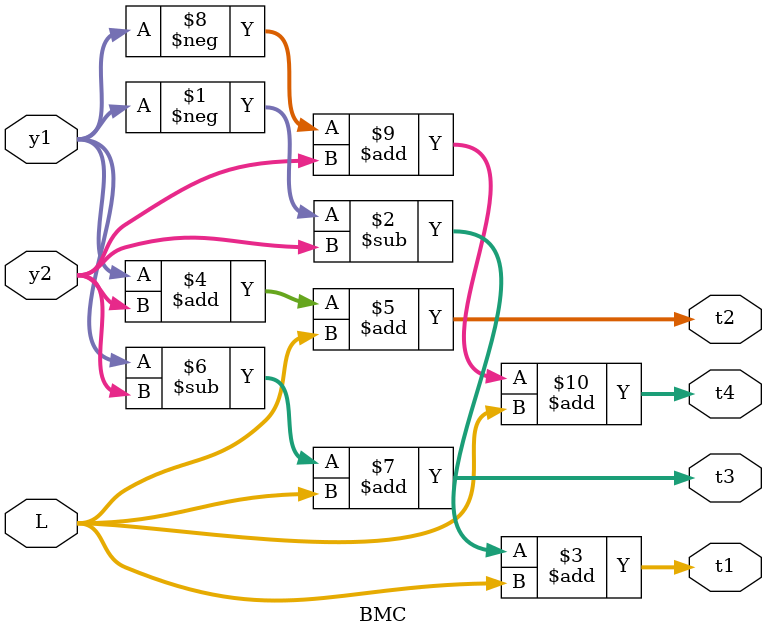
<source format=v>
module BMC(y1,y2,L,t1,t2,t3,t4);
input signed [11:0]y1,y2;
input signed [11:0]L;
output signed [11:0]t1,t2,t3,t4;
assign t1 =  - y1 - y2 + L;
assign t2 = y1 + y2 + L;
assign t3 = y1 - y2 + L;
assign t4 = - y1 + y2 + L; 
endmodule

</source>
